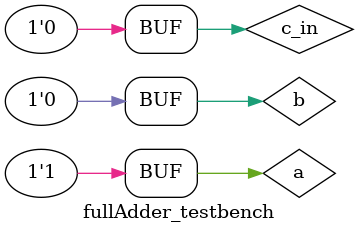
<source format=v>
`timescale 1ns / 1ps


module fullAdder_testbench(

    );
    
    reg c_in, a, b;
    wire sum, c_out;
    
    fullAdder full(c_in,a,b,sum,c_out);
    
    initial
    begin
    c_in = 0;
    a = 0;
    b = 0; //000
    
    #10 c_in = 1; //100
    #10 a = 1; //110
    #10 b = 1; //111
    #10 c_in = 0; //011
    #10 a = 0; //001
    #10 c_in = 1; //101
    #10 a = 1;
    c_in = 0;
    b = 0; //010
    
    end
endmodule

</source>
